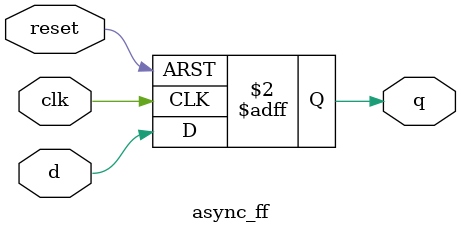
<source format=sv>
`timescale 1ns / 1ps


module async_ff(
    input logic clk,       // Clock input
    input logic reset,     // Asynchronous reset input
    input logic d,         // Data input
    output logic q         // Output
);

    // Always block for the flip-flop behavior
    always_ff @(posedge clk or posedge reset) begin
        if (reset) begin
            q <= 1'b0;     // Reset the output to 0 asynchronously
        end else begin
            q <= d;        // Update the output with input 'd' on clock edge
        end
    end

endmodule


</source>
